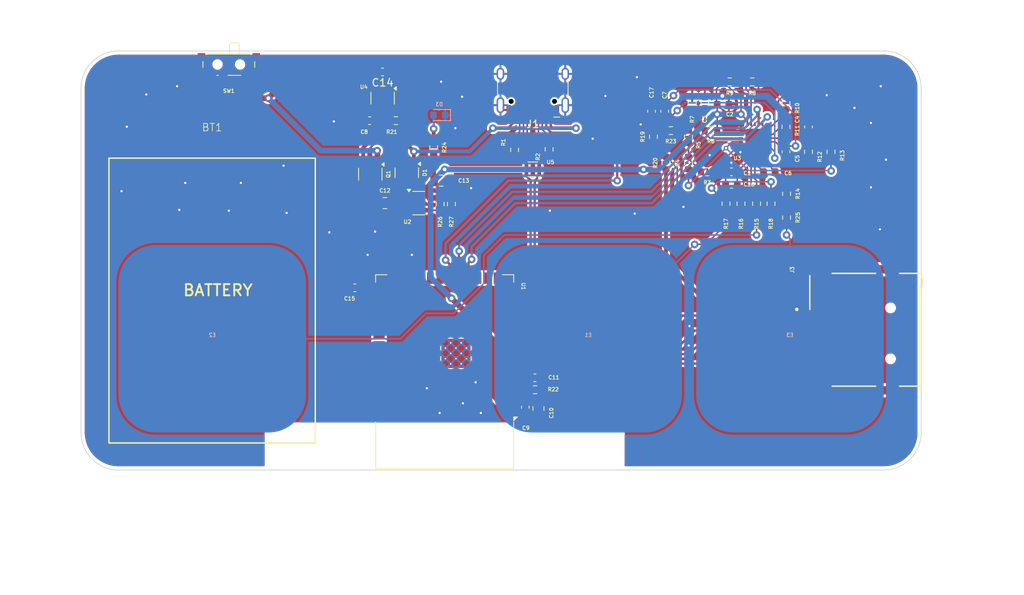
<source format=kicad_pcb>
(kicad_pcb (version 20240108) (generator "pcbnew") (generator_version "8.0")
  (layers (0 "F.Cu" signal) (31 "B.Cu" signal) (34 "B.Paste" user) (35 "F.Paste" user) (36 "B.SilkS" user "B.Silkscreen") (37 "F.SilkS" user "F.Silkscreen") (38 "B.Mask" user) (39 "F.Mask" user) (44 "Edge.Cuts" user))
  (net 0 "")
  (net 1 "+5V")
  (net 2 "+BATT")
  (net 3 "VDD")
  (net 5 "GND")
  (net 6 "/LO+")
  (net 7 "/LO-")
  (net 11 "/CS_SD")
  (net 18 "/D-")
  (net 20 "+3V3")
  (net 21 "/MISO")
  (net 23 "/SIG_OUT")
  (net 26 "/MOSI")
  (net 27 "Net-(U1-EN)")
  (net 32 "/SCK")
  (net 33 "Net-(U1-IO0)")
  (net 34 "/D+")
  (net 35 "Net-(U2-FB)")
  (net 36 "Net-(U3-RLDFB)")
  (net 37 "/REFOUT")
  (net 38 "Net-(U3-SW)")
  (net 39 "Net-(U3-HPDRIVE)")
  (net 40 "Net-(U3-HPSENSE)")
  (net 41 "Net-(U3-RLD)")
  (net 42 "Net-(U3-OPAMP-)")
  (net 43 "Net-(U3-+IN)")
  (net 44 "/SDN")
  (net 45 "Net-(U3-AC{slash}~{DC})")
  (net 46 "Net-(U3-OPAMP+)")
  (net 47 "Net-(U3--IN)")
  (net 48 "Net-(U3-IAOUT)")
  (net 49 "Net-(U3-REFIN)")
  (net 50 "/CHG_STAT")
  (net 51 "Net-(U4-PROG)")
  (net 52 "Net-(C4-Pad2)")
  (net 53 "Net-(D3-A)")
  (net 54 "Net-(J1-CC1)")
  (net 55 "Net-(J1-D+-PadA6)")
  (net 56 "Net-(J1-CC2)")
  (net 57 "Net-(J1-D--PadA7)")
  (net 58 "Net-(R3-Pad2)")
  (net 59 "/LL")
  (net 60 "/RA")
  (net 61 "/LA")
  (net 62 "Net-(R17-Pad2)")
  (net 68 "Net-(Q1-D)")
  (net 78 "Net-(R23-Pad1)")
  (net 79 "Net-(R14-Pad1)")
  (footprint "Resistor_SMD:R_0603_1608Metric" (layer "F.Cu") (at 173.675 69.325 180)
    (property "Reference" "R6")
    (property "Value" "10M")
  )
  (footprint "Resistor_SMD:R_0603_1608Metric" (layer "F.Cu") (at 171.175 65.6 -90)
    (property "Reference" "R7")
    (property "Value" "10M")
  )
  (footprint "Resistor_SMD:R_0603_1608Metric" (layer "F.Cu") (at 179.75 79.075 90)
    (property "Reference" "R15")
    (property "Value" "220k")
  )
  (footprint "Capacitor_SMD:C_0603_1608Metric" (layer "F.Cu") (at 165.75 66.75 90)
    (property "Reference" "C17")
    (property "Value" "220nF")
  )
  (footprint "Capacitor_SMD:C_0603_1608Metric" (layer "F.Cu") (at 181.45 74.825)
    (property "Reference" "C6")
    (property "Value" "10nF")
  )
  (footprint "Resistor_SMD:R_0603_1608Metric" (layer "F.Cu") (at 183.675 65.65 -90)
    (property "Reference" "R10")
    (property "Value" "1M")
  )
  (footprint "Resistor_SMD:R_0603_1608Metric" (layer "F.Cu") (at 181.675 79.075 90)
    (property "Reference" "R18")
    (property "Value" "10M")
  )
  (footprint "Battery:battery_pads" (layer "F.Cu") (at 107.175 69.4)
    (property "Reference" "BT1")
    (property "Value" "Battery_Cell")
  )
  (footprint "Capacitor_SMD:C_0805_2012Metric" (layer "F.Cu") (at 137.7125 76 180)
    (property "Reference" "C13")
    (property "Value" "10uF")
  )
  (footprint "Package_TO_SOT_SMD:SOT-23" (layer "F.Cu") (at 133.125 74.9375 -90)
    (property "Reference" "D1")
    (property "Value" "BAT54C")
  )
  (footprint "MEM2075_00_140_01_A:GCT_MEM2075-00-140-01-A" (layer "F.Cu") (at 197.6175 96.375 90)
    (property "Reference" "J3")
    (property "Value" "MEM2075-00-140-01-A")
  )
  (footprint "Resistor_SMD:R_0603_1608Metric" (layer "F.Cu") (at 189.675 72.15 -90)
    (property "Reference" "R13")
    (property "Value" "1M")
  )
  (footprint "Button_Switch_SMD:SW_SPDT_PCM12" (layer "F.Cu") (at 109.4 60.83 180)
    (property "Reference" "SW1")
    (property "Value" "SW_SPDT")
  )
  (footprint "Capacitor_SMD:C_0603_1608Metric" (layer "F.Cu") (at 172.85 65.6 -90)
    (property "Reference" "C3")
    (property "Value" "0.1uF")
  )
  (footprint "Resistor_SMD:R_0603_1608Metric" (layer "F.Cu") (at 136.7125 71.575 -90)
    (property "Reference" "R24")
    (property "Value" "2k")
  )
  (footprint "Resistor_SMD:R_0603_1608Metric" (layer "F.Cu") (at 177.675 79.075 90)
    (property "Reference" "R16")
    (property "Value" "220k")
  )
  (footprint "Resistor_SMD:R_0603_1608Metric" (layer "F.Cu") (at 173.175 74.825 180)
    (property "Reference" "R3")
    (property "Value" "10M")
  )
  (footprint "Capacitor_SMD:C_0603_1608Metric" (layer "F.Cu") (at 175.275 65.825 180)
    (property "Reference" "C2")
    (property "Value" "0.1uF")
  )
  (footprint "Capacitor_SMD:C_0603_1608Metric" (layer "F.Cu") (at 176.4 74.825 180)
    (property "Reference" "C1")
    (property "Value" "100nF")
  )
  (footprint "Resistor_SMD:R_0603_1608Metric" (layer "F.Cu") (at 137.575 79.125 -90)
    (property "Reference" "R26")
    (property "Value" "1M")
  )
  (footprint "Resistor_SMD:R_0603_1608Metric" (layer "F.Cu") (at 179.175 62.825)
    (property "Reference" "R8")
    (property "Value" "0")
  )
  (footprint "Capacitor_SMD:C_0805_2012Metric" (layer "F.Cu") (at 130.2125 79)
    (property "Reference" "C12")
    (property "Value" "10uF")
  )
  (footprint "Capacitor_SMD:C_0603_1608Metric" (layer "F.Cu") (at 176.4 76.5 180)
    (property "Reference" "C16")
    (property "Value" "220nF")
  )
  (footprint "Capacitor_SMD:C_0603_1608Metric" (layer "F.Cu") (at 148.925 106.225 -90)
    (property "Reference" "C9")
    (property "Value" "0.1uF")
  )
  (footprint "Package_TO_SOT_SMD:SOT-23-3" (layer "F.Cu") (at 128.2625 75.1375 -90)
    (property "Reference" "Q1")
    (property "Value" "NX3008PBK,215")
  )
  (footprint "Resistor_SMD:R_0603_1608Metric" (layer "F.Cu") (at 167.675 73.65 90)
    (property "Reference" "R20")
    (property "Value" "0")
  )
  (footprint "Resistor_SMD:R_0603_1608Metric" (layer "F.Cu") (at 170.675 73.65 90)
    (property "Reference" "R4")
    (property "Value" "10M")
  )
  (footprint "Resistor_SMD:R_0603_1608Metric" (layer "F.Cu") (at 152.1 71.825 -90)
    (property "Reference" "R2")
    (property "Value" "5K1")
  )
  (footprint "Resistor_SMD:R_0603_1608Metric" (layer "F.Cu") (at 170.675 70.15 90)
    (property "Reference" "R5")
    (property "Value" "1M")
  )
  (footprint "AD8232:LFCSP_20" (layer "F.Cu") (at 179.525 70.325 90)
    (property "Reference" "U3")
    (property "Value" "AD8232")
  )
  (footprint "RF_Module:ESP32-S3-WROOM-1" (layer "F.Cu") (at 138.175 101.5 180)
    (property "Reference" "U1")
    (property "Value" "ESP32-S3-WROOM-1")
  )
  (footprint "Resistor_SMD:R_0603_1608Metric" (layer "F.Cu") (at 183.75 77.75 90)
    (property "Reference" "R14")
    (property "Value" "220k")
  )
  (footprint "Capacitor_SMD:C_0603_1608Metric" (layer "F.Cu") (at 183.675 72.15 90)
    (property "Reference" "C5")
    (property "Value" "10nF")
  )
  (footprint "Capacitor_SMD:C_0603_1608Metric" (layer "F.Cu") (at 126.2 90.3 180)
    (property "Reference" "C15")
    (property "Value" "0.1uF")
  )
  (footprint "Resistor_SMD:R_0603_1608Metric" (layer "F.Cu") (at 131.675 68)
    (property "Reference" "R21")
    (property "Value" "5K1")
  )
  (footprint "Package_TO_SOT_SMD:SOT-23-5" (layer "F.Cu") (at 134.7125 79)
    (property "Reference" "U2")
    (property "Value" "TLV75801PDBV")
  )
  (footprint "Capacitor_SMD:C_0603_1608Metric" (layer "F.Cu") (at 150.2 102.3)
    (property "Reference" "C11")
    (property "Value" "0.1uF")
  )
  (footprint "Resistor_SMD:R_0603_1608Metric" (layer "F.Cu") (at 176.175 62.825 180)
    (property "Reference" "R9")
    (property "Value" "DNP")
  )
  (footprint "Resistor_SMD:R_0603_1608Metric" (layer "F.Cu") (at 186.675 72.15 -90)
    (property "Reference" "R12")
    (property "Value" "1M")
  )
  (footprint "Capacitor_SMD:C_0603_1608Metric" (layer "F.Cu") (at 186.675 68.825 -90)
    (property "Reference" "C4")
    (property "Value" "1nF")
  )
  (footprint "Resistor_SMD:R_0603_1608Metric" (layer "F.Cu") (at 147.5 71.9 -90)
    (property "Reference" "R1")
    (property "Value" "5K1")
  )
  (footprint "Resistor_SMD:R_0603_1608Metric" (layer "F.Cu") (at 183.75 80.925 90)
    (property "Reference" "R25")
    (property "Value" "220k")
  )
  (footprint "Package_TO_SOT_SMD:SOT-23-5" (layer "F.Cu") (at 129.9 65 -90)
    (property "Reference" "U4")
    (property "Value" "MCP73832-2-OT")
  )
  (footprint "Resistor_SMD:R_0603_1608Metric" (layer "F.Cu") (at 168.325 69.325 180)
    (property "Reference" "R23")
    (property "Value" "470k")
  )
  (footprint "Resistor_SMD:R_0603_1608Metric" (layer "F.Cu") (at 150.225 103.9 180)
    (property "Reference" "R22")
    (property "Value" "10k")
  )
  (footprint "Resistor_SMD:R_0603_1608Metric" (layer "F.Cu") (at 139.075 79.125 90)
    (property "Reference" "R27")
    (property "Value" "200K")
  )
  (footprint "Capacitor_SMD:C_0603_1608Metric" (layer "F.Cu") (at 167.5 66.75 90)
    (property "Reference" "C7")
    (property "Value" "100nF")
  )
  (footprint "Capacitor_SMD:C_0805_2012Metric" (layer "F.Cu") (at 150.675 106.4 -90)
    (property "Reference" "C10")
    (property "Value" "10uF")
  )
  (footprint "Package_TO_SOT_SMD:SOT-666" (layer "F.Cu") (at 149.925 74.5 180)
    (property "Reference" "U5")
    (property "Value" "USBLC6-2P6")
  )
  (footprint "Capacitor_SMD:C_0603_1608Metric" (layer "F.Cu") (at 128.175 68)
    (property "Reference" "C8")
    (property "Value" "1uF")
  )
  (footprint "Resistor_SMD:R_0603_1608Metric" (layer "F.Cu") (at 175.675 79.075 90)
    (property "Reference" "R17")
    (property "Value" "10M")
  )
  (footprint "Connector_USB:USB_C_Receptacle_HCTL_HC-TYPE-C-16P-01A" (layer "F.Cu") (at 149.925 62.82 180)
    (property "Reference" "J1")
    (property "Value" "USB_C_Receptacle_USB2.0_16P")
  )
  (footprint "Resistor_SMD:R_0603_1608Metric" (layer "F.Cu") (at 183.675 68.825 -90)
    (property "Reference" "R11")
    (property "Value" "100k")
  )
  (footprint "Capacitor_SMD:C_0603_1608Metric" (layer "F.Cu") (at 129.9 61.5 180)
    (property "Reference" "C14")
    (property "Value" "1uF")
  )
  (footprint "Resistor_SMD:R_0603_1608Metric" (layer "F.Cu") (at 166 70.15 90)
    (property "Reference" "R19")
    (property "Value" "DNP")
  )
  (footprint "LED_SMD:LED_0603_1608Metric" (layer "B.Cu") (at 137.4625 67.25 180)
    (property "Reference" "D3")
    (property "Value" "LED")
  )
  (footprint "ecg_component_library:Finger_Electrode" (layer "B.Cu") (at 157.3 97.1 180)
    (property "Reference" "E1")
    (property "Value" "~")
  )
  (footprint "ecg_component_library:Finger_Electrode" (layer "B.Cu") (at 184.2 97.1 180)
    (property "Reference" "E3")
    (property "Value" "~")
  )
  (footprint "ecg_component_library:Finger_Electrode" (layer "B.Cu") (at 107.2 97.1 180)
    (property "Reference" "E2")
    (property "Value" "~")
  )
  (gr_rect (start 93.425 73) (end 120.925 111) (stroke (width 0.2)) (fill none) (layer "F.SilkS"))
  (gr_arc (start 94.7 114.6) (mid 91.164466 113.135534) (end 89.7 109.6) (stroke (width 0.1)) (layer "Edge.Cuts"))
  (gr_line (start 94.7 58.7) (end 196.7 58.7) (stroke (width 0.1)) (layer "Edge.Cuts"))
  (gr_line (start 201.7 63.7) (end 201.7 109.6) (stroke (width 0.1)) (layer "Edge.Cuts"))
  (gr_arc (start 196.7 58.7) (mid 200.235534 60.164466) (end 201.7 63.7) (stroke (width 0.1)) (layer "Edge.Cuts"))
  (gr_arc (start 89.7 63.7) (mid 91.164466 60.164466) (end 94.7 58.7) (stroke (width 0.1)) (layer "Edge.Cuts"))
  (gr_line (start 89.7 109.6) (end 89.7 63.7) (stroke (width 0.1)) (layer "Edge.Cuts"))
  (gr_line (start 196.7 114.6) (end 94.7 114.6) (stroke (width 0.1)) (layer "Edge.Cuts"))
  (gr_arc (start 201.7 109.6) (mid 200.235534 113.135534) (end 196.7 114.6) (stroke (width 0.1)) (layer "Edge.Cuts"))
  (gr_text "BATTERY" (at 103.175 91.5 0) (layer "F.SilkS") (effects (font (size 1.5 1.5) (thickness 0.25) (bold yes)) (justify left bottom)))
  (segment (start 134.075 74) (end 134.075 72.1) (width 0.5) (layer "F.Cu") (net 1))
  (segment (start 152.325 68.72) (end 152.605 69) (width 0.3) (layer "F.Cu") (net 1))
  (segment (start 128.95 70) (end 128.925 70) (width 0.5) (layer "F.Cu") (net 1))
  (segment (start 128.95 68) (end 128.95 66.1375) (width 0.5) (layer "F.Cu") (net 1))
  (segment (start 152.325 66.5) (end 152.325 68.72) (width 0.3) (layer "F.Cu") (net 1))
  (segment (start 147.525 68.08) (end 146.605 69) (width 0.3) (layer "F.Cu") (net 1))
  (segment (start 131.975 70) (end 128.95 70) (width 0.5) (layer "F.Cu") (net 1))
  (segment (start 152.605 69) (end 155.675 69) (width 0.3) (layer "F.Cu") (net 1))
  (segment (start 134.075 72.1) (end 131.975 70) (width 0.5) (layer "F.Cu") (net 1))
  (segment (start 128.95 68) (end 128.95 70) (width 0.5) (layer "F.Cu") (net 1))
  (segment (start 146.605 69) (end 144.605 69) (width 0.3) (layer "F.Cu") (net 1))
  (segment (start 127.3125 71.6125) (end 127.3125 74) (width 0.5) (layer "F.Cu") (net 1))
  (segment (start 128.925 70) (end 127.3125 71.6125) (width 0.5) (layer "F.Cu") (net 1))
  (segment (start 147.525 66.5) (end 147.525 68.08) (width 0.3) (layer "F.Cu") (net 1))
  (via (at 144.605 69) (size 1) (drill 0.5) (layers "F.Cu" "B.Cu") (net 1))
  (via (at 134.075 72.1) (size 1) (drill 0.5) (layers "F.Cu" "B.Cu") (net 1))
  (via (at 155.675 69) (size 1) (drill 0.5) (layers "F.Cu" "B.Cu") (net 1))
  (segment (start 134.075 72.1) (end 141.505 72.1) (width 0.5) (layer "B.Cu") (net 1))
  (segment (start 141.505 72.1) (end 144.605 69) (width 0.5) (layer "B.Cu") (net 1))
  (segment (start 155.675 69) (end 144.605 69) (width 0.5) (layer "B.Cu") (net 1))
  (segment (start 108.65 63.925) (end 108.65 62.105) (width 1) (layer "F.Cu") (net 2))
  (segment (start 103.175 69.4) (end 108.65 63.925) (width 1) (layer "F.Cu") (net 2))
  (segment (start 133.575 78.05) (end 133.3 77.775) (width 0.75) (layer "F.Cu") (net 3))
  (segment (start 131.1625 79) (end 132.1125 78.05) (width 0.75) (layer "F.Cu") (net 3))
  (segment (start 130.8 75.875) (end 133.125 75.875) (width 0.5) (layer "F.Cu") (net 3))
  (segment (start 133.575 79.95) (end 132.1125 79.95) (width 0.75) (layer "F.Cu") (net 3))
  (segment (start 133.3 76.05) (end 133.125 75.875) (width 0.75) (layer "F.Cu") (net 3))
  (segment (start 132.1125 79.95) (end 131.1625 79) (width 0.75) (layer "F.Cu") (net 3))
  (segment (start 130.4 76.275) (end 130.8 75.875) (width 0.5) (layer "F.Cu") (net 3))
  (segment (start 133.3 77.775) (end 133.3 76.05) (width 0.75) (layer "F.Cu") (net 3))
  (segment (start 132.1125 78.05) (end 133.575 78.05) (width 0.75) (layer "F.Cu") (net 3))
  (segment (start 128.2625 76.275) (end 130.4 76.275) (width 0.5) (layer "F.Cu") (net 3))
  (segment (start 132.925 76.175) (end 133.125 75.975) (width 0.2) (layer "F.Cu") (net 3))
  (segment (start 151.6 74.5) (end 152.1 74) (width 0.2) (layer "F.Cu") (net 5))
  (segment (start 150 74.5) (end 149.9 74.6) (width 0.2) (layer "F.Cu") (net 5))
  (segment (start 147.165 107) (end 146.925 106.76) (width 0.75) (layer "F.Cu") (net 5))
  (segment (start 150.85 74.5) (end 151.6 74.5) (width 0.2) (layer "F.Cu") (net 5))
  (segment (start 152.9 103.5) (end 152.9 106.1) (width 0.75) (layer "F.Cu") (net 5))
  (segment (start 151.65 107.35) (end 150.675 107.35) (width 0.75) (layer "F.Cu") (net 5))
  (segment (start 149.275 107.35) (end 148.925 107) (width 0.75) (layer "F.Cu") (net 5))
  (segment (start 177.675 69.325) (end 178.525 69.325) (width 0.3) (layer "F.Cu") (net 5))
  (segment (start 151.7 102.3) (end 152.9 103.5) (width 0.75) (layer "F.Cu") (net 5))
  (segment (start 148.925 107) (end 147.165 107) (width 0.75) (layer "F.Cu") (net 5))
  (segment (start 150.675 107.35) (end 149.275 107.35) (width 0.75) (layer "F.Cu") (net 5))
  (segment (start 152.1 74) (end 152.1 72.65) (width 0.2) (layer "F.Cu") (net 5))
  (segment (start 150.85 74.5) (end 150 74.5) (width 0.2) (layer "F.Cu") (net 5))
  (segment (start 152.9 106.1) (end 151.65 107.35) (width 0.75) (layer "F.Cu") (net 5))
  (segment (start 178.525 69.325) (end 179.525 70.325) (width 0.3) (layer "F.Cu") (net 5))
  (segment (start 150.975 102.3) (end 151.7 102.3) (width 0.75) (layer "F.Cu") (net 5))
  (via (at 152.2 80) (size 0.6) (drill 0.3) (layers "F.Cu" "B.Cu") (net 5))
  (via (at 140.6 105.7) (size 0.6) (drill 0.3) (layers "F.Cu" "B.Cu") (net 5))
  (via (at 143 107) (size 0.6) (drill 0.3) (layers "F.Cu" "B.Cu") (net 5))
  (via (at 159.6 64.7) (size 0.6) (drill 0.3) (layers "F.Cu" "B.Cu") (net 5))
  (via (at 137.7 62.8) (size 0.6) (drill 0.3) (layers "F.Cu" "B.Cu") (net 5))
  (via (at 197 73.2) (size 0.6) (drill 0.3) (layers "F.Cu" "B.Cu") (net 5))
  (via (at 195 68.3) (size 0.6) (drill 0.3) (layers "F.Cu" "B.Cu") (net 5))
  (via (at 192.8 66.3) (size 0.6) (drill 0.3) (layers "F.Cu" "B.Cu") (net 5))
  (via (at 135.8 103.7) (size 0.6) (drill 0.3) (layers "F.Cu" "B.Cu") (net 5))
  (via (at 127.9 85.9) (size 0.6) (drill 0.3) (layers "F.Cu" "B.Cu") (net 5))
  (via (at 163.5 80.4) (size 0.6) (drill 0.3) (layers "F.Cu" "B.Cu") (net 5))
  (via (at 109.4 80) (size 0.6) (drill 0.3) (layers "F.Cu" "B.Cu") (net 5))
  (via (at 103.6 76.3) (size 0.6) (drill 0.3) (layers "F.Cu" "B.Cu") (net 5))
  (via (at 95.8 68.8) (size 0.6) (drill 0.3) (layers "F.Cu" "B.Cu") (net 5))
  (via (at 111 76.3) (size 0.6) (drill 0.3) (layers "F.Cu" "B.Cu") (net 5))
  (via (at 195 76.9) (size 0.6) (drill 0.3) (layers "F.Cu" "B.Cu") (net 5))
  (via (at 137.5 107) (size 0.6) (drill 0.3) (layers "F.Cu" "B.Cu") (net 5))
  (via (at 142.3 102.9) (size 0.6) (drill 0.3) (layers "F.Cu" "B.Cu") (net 5))
  (via (at 116.7 74) (size 0.6) (drill 0.3) (layers "F.Cu" "B.Cu") (net 5))
  (via (at 122.8 82.9) (size 0.6) (drill 0.3) (layers "F.Cu" "B.Cu") (net 5))
  (via (at 163.8 62.2) (size 0.6) (drill 0.3) (layers "F.Cu" "B.Cu") (net 5))
  (via (at 157.9 70.4) (size 0.6) (drill 0.3) (layers "F.Cu" "B.Cu") (net 5))
  (via (at 170.8 95.4) (size 0.6) (drill 0.3) (layers "F.Cu" "B.Cu") (net 5))
  (via (at 176.4 73.6) (size 0.6) (drill 0.3) (layers "F.Cu" "B.Cu") (net 5))
  (via (at 196.2 82.5) (size 0.6) (drill 0.3) (layers "F.Cu" "B.Cu") (net 5))
  (via (at 177.6 72.2) (size 0.6) (drill 0.3) (layers "F.Cu" "B.Cu") (net 5))
  (via (at 173.5 72.6) (size 0.6) (drill 0.3) (layers "F.Cu" "B.Cu") (net 5))
  (via (at 140.5 64.8) (size 0.6) (drill 0.3) (layers "F.Cu" "B.Cu") (net 5))
  (via (at 170.7 98) (size 0.6) (drill 0.3) (layers "F.Cu" "B.Cu") (net 5))
  (via (at 98.4 64.5) (size 0.6) (drill 0.3) (layers "F.Cu" "B.Cu") (net 5))
  (via (at 164.3 68.5) (size 0.6) (drill 0.3) (layers "F.Cu" "B.Cu") (net 5))
  (via (at 95.1 77.4) (size 0.6) (drill 0.3) (layers "F.Cu" "B.Cu") (net 5))
  (via (at 102.8 79.9) (size 0.6) (drill 0.3) (layers "F.Cu" "B.Cu") (net 5))
  (via (at 178.2 64.7) (size 0.6) (drill 0.3) (layers "F.Cu" "B.Cu") (net 5))
  (via (at 123.4 68.1) (size 0.6) (drill 0.3) (layers "F.Cu" "B.Cu") (net 5))
  (via (at 128.9 82.8) (size 0.6) (drill 0.3) (layers "F.Cu" "B.Cu") (net 5))
  (via (at 189.1 64.6) (size 0.6) (drill 0.3) (layers "F.Cu" "B.Cu") (net 5))
  (via (at 175.2 64.7) (size 1) (drill 0.5) (layers "F.Cu" "B.Cu") (net 5))
  (via (at 170 79.5) (size 0.6) (drill 0.3) (layers "F.Cu" "B.Cu") (net 5))
  (via (at 133.8 85.9) (size 0.6) (drill 0.3) (layers "F.Cu" "B.Cu") (net 5))
  (via (at 196.3 63.4) (size 0.6) (drill 0.3) (layers "F.Cu" "B.Cu") (net 5))
  (via (at 141.7 77) (size 0.6) (drill 0.3) (layers "F.Cu" "B.Cu") (net 5))
  (via (at 117.1 80.3) (size 0.6) (drill 0.3) (layers "F.Cu" "B.Cu") (net 5))
  (via (at 102.5 63.4) (size 0.6) (drill 0.3) (layers "F.Cu" "B.Cu") (net 5))
  (via (at 139.6 69) (size 0.6) (drill 0.3) (layers "F.Cu" "B.Cu") (net 5))
  (segment (start 140.1 85.4) (end 140.08 85.42) (width 0.3) (layer "F.Cu") (net 6))
  (segment (start 179.825 66.5) (end 180.025 66.7) (width 0.3) (layer "F.Cu") (net 6))
  (segment (start 180.025 66.7) (end 180.025 68.475) (width 0.3) (layer "F.Cu") (net 6))
  (segment (start 140.08 85.42) (end 140.08 89) (width 0.3) (layer "F.Cu") (net 6))
  (via (at 140.1 85.4) (size 1) (drill 0.5) (layers "F.Cu" "B.Cu") (net 6))
  (via (at 179.825 66.5) (size 1) (drill 0.5) (layers "F.Cu" "B.Cu") (net 6))
  (segment (start 140.1 84.575) (end 147.175 77.5) (width 0.3) (layer "B.Cu") (net 6))
  (segment (start 140.1 85.4) (end 140.1 84.575) (width 0.3) (layer "B.Cu") (net 6))
  (segment (start 179.825 67.35) (end 179.825 66.5) (width 0.3) (layer "B.Cu") (net 6))
  (segment (start 178.175 69) (end 179.825 67.35) (width 0.3) (layer "B.Cu") (net 6))
  (segment (start 165.7 77.5) (end 174.2 69) (width 0.3) (layer "B.Cu") (net 6))
  (segment (start 147.175 77.5) (end 165.7 77.5) (width 0.3) (layer "B.Cu") (net 6))
  (segment (start 174.2 69) (end 178.175 69) (width 0.3) (layer "B.Cu") (net 6))
  (segment (start 141.35 86.92) (end 141.35 89) (width 0.3) (layer "F.Cu") (net 7))
  (segment (start 180.525 68.15) (end 181.175 67.5) (width 0.3) (layer "F.Cu") (net 7))
  (segment (start 180.525 68.475) (end 180.525 68.15) (width 0.3) (layer "F.Cu") (net 7))
  (segment (start 141.77 86.5) (end 141.35 86.92) (width 0.3) (layer "F.Cu") (net 7))
  (via (at 181.175 67.5) (size 1) (drill 0.5) (layers "F.Cu" "B.Cu") (net 7))
  (via (at 141.77 86.5) (size 1) (drill 0.5) (layers "F.Cu" "B.Cu") (net 7))
  (segment (start 181.175 67.5) (end 178.175 70.5) (width 0.3) (layer "B.Cu") (net 7))
  (segment (start 141.77 84.83) (end 141.77 86.5) (width 0.3) (layer "B.Cu") (net 7))
  (segment (start 178.175 70.5) (end 174.3 70.5) (width 0.3) (layer "B.Cu") (net 7))
  (segment (start 147.6 79) (end 141.77 84.83) (width 0.3) (layer "B.Cu") (net 7))
  (segment (start 174.3 70.5) (end 165.8 79) (width 0.3) (layer "B.Cu") (net 7))
  (segment (start 165.8 79) (end 147.6 79) (width 0.3) (layer "B.Cu") (net 7))
  (segment (start 179.9 94) (end 169.9 94) (width 0.3) (layer "F.Cu") (net 11))
  (segment (start 186.1975 94.895) (end 180.795 94.895) (width 0.3) (layer "F.Cu") (net 11))
  (segment (start 180.795 94.895) (end 179.9 94) (width 0.3) (layer "F.Cu") (net 11))
  (segment (start 169.9 94) (end 167.3 96.6) (width 0.3) (layer "F.Cu") (net 11))
  (segment (start 167.3 96.6) (end 146.925 96.6) (width 0.3) (layer "F.Cu") (net 11))
  (segment (start 148.72891 91.16) (end 150.175 89.71391) (width 0.3) (layer "F.Cu") (net 18))
  (segment (start 150.175 89.71391) (end 150.175 76.4) (width 0.3) (layer "F.Cu") (net 18))
  (segment (start 147.53 91.52) (end 146.925 91.52) (width 0.3) (layer "F.Cu") (net 18))
  (segment (start 146.925 91.52) (end 148.050001 91.52) (width 0.3) (layer "F.Cu") (net 18))
  (segment (start 148.050001 91.52) (end 148.410001 91.16) (width 0.3) (layer "F.Cu") (net 18))
  (segment (start 150.2 76.375) (end 150.2 75.987501) (width 0.3) (layer "F.Cu") (net 18))
  (segment (start 150.2 75.987501) (end 150.775 75.412501) (width 0.3) (layer "F.Cu") (net 18))
  (segment (start 150.175 76.4) (end 150.2 76.375) (width 0.3) (layer "F.Cu") (net 18))
  (segment (start 148.410001 91.16) (end 148.72891 91.16) (width 0.3) (layer "F.Cu") (net 18))
  (segment (start 150.775 75.412501) (end 150.775 75.0375) (width 0.3) (layer "F.Cu") (net 18))
  (segment (start 178.525 68) (end 178.525 68.475) (width 0.2) (layer "F.Cu") (net 20))
  (segment (start 135.85 78.05) (end 135.85 76.9125) (width 0.75) (layer "F.Cu") (net 20))
  (segment (start 144.6 97.2) (end 139.1 91.7) (width 0.75) (layer "F.Cu") (net 20))
  (segment (start 188.4 96.0925) (end 188.4 92.9) (width 0.5) (layer "F.Cu") (net 20))
  (segment (start 138.0825 74.68) (end 136.7625 76) (width 0.75) (layer "F.Cu") (net 20))
  (segment (start 144.175 74.5) (end 144.675 74.5) (width 0.3) (layer "F.Cu") (net 20))
  (segment (start 146.925 105.49) (end 145.49 105.49) (width 0.75) (layer "F.Cu") (net 20))
  (segment (start 174.5 65.825) (end 174.5 67.15) (width 0.2) (layer "F.Cu") (net 20))
  (segment (start 148.885 105.49) (end 148.925 105.45) (width 0.75) (layer "F.Cu") (net 20))
  (segment (start 145.49 105.49) (end 144.6 104.6) (width 0.75) (layer "F.Cu") (net 20))
  (segment (start 146.925 105.49) (end 148.885 105.49) (width 0.75) (layer "F.Cu") (net 20))
  (segment (start 150.675 105.45) (end 150.675 104.275) (width 0.75) (layer "F.Cu") (net 20))
  (segment (start 137.575 78.3) (end 136.1 78.3) (width 0.75) (layer "F.Cu") (net 20))
  (segment (start 167.675 74.475) (end 164.7 74.475) (width 0.2) (layer "F.Cu") (net 20))
  (segment (start 150.675 105.45) (end 148.925 105.45) (width 0.75) (layer "F.Cu") (net 20))
  (segment (start 174.4 65.825) (end 174.4 63.775) (width 0.2) (layer "F.Cu") (net 20))
  (segment (start 174.5 69.325) (end 174.5 67.15) (width 0.2) (layer "F.Cu") (net 20))
  (segment (start 136.7625 72.45) (end 136.7125 72.4) (width 0.5) (layer "F.Cu") (net 20))
  (segment (start 177.675 69.825) (end 175 69.825) (width 0.2) (layer "F.Cu") (net 20))
  (segment (start 172.1 91.2) (end 167.675 86.775) (width 0.5) (layer "F.Cu") (net 20))
  (segment (start 144.675 74.5) (end 148.675 74.5) (width 0.3) (layer "F.Cu") (net 20))
  (segment (start 175 69.825) (end 174.5 69.325) (width 0.2) (layer "F.Cu") (net 20))
  (segment (start 135.85 76.9125) (end 136.7625 76) (width 0.75) (layer "F.Cu") (net 20))
  (segment (start 174.675 66.1) (end 174.4 65.825) (width 0.2) (layer "F.Cu") (net 20))
  (segment (start 187.3975 97.095) (end 188.4 96.0925) (width 0.5) (layer "F.Cu") (net 20))
  (segment (start 174.4 63.775) (end 175.35 62.825) (width 0.2) (layer "F.Cu") (net 20))
  (segment (start 186.7 91.2) (end 172.1 91.2) (width 0.5) (layer "F.Cu") (net 20))
  (segment (start 136.1 78.3) (end 135.85 78.05) (width 0.5) (layer "F.Cu") (net 20))
  (segment (start 164.7 74.475) (end 164.675 74.5) (width 0.2) (layer "F.Cu") (net 20))
  (segment (start 167.675 86.775) (end 167.675 74.475) (width 0.5) (layer "F.Cu") (net 20))
  (segment (start 177.675 65.15) (end 175.35 62.825) (width 0.2) (layer "F.Cu") (net 20))
  (segment (start 150.675 104.275) (end 151.05 103.9) (width 0.75) (layer "F.Cu") (net 20))
  (segment (start 186.1975 97.095) (end 187.3975 97.095) (width 0.5) (layer "F.Cu") (net 20))
  (segment (start 177.675 67.15) (end 178.525 68) (width 0.2) (layer "F.Cu") (net 20))
  (segment (start 144.6 104.6) (end 144.6 97.2) (width 0.75) (layer "F.Cu") (net 20))
  (segment (start 177.675 67.15) (end 177.675 65.15) (width 0.2) (layer "F.Cu") (net 20))
  (segment (start 144.175 74.5) (end 138.175 74.5) (width 0.3) (layer "F.Cu") (net 20))
  (segment (start 188.4 92.9) (end 186.7 91.2) (width 0.5) (layer "F.Cu") (net 20))
  (segment (start 136.7625 76) (end 136.7625 72.45) (width 0.5) (layer "F.Cu") (net 20))
  (via (at 174.5 67.15) (size 1) (drill 0.5) (layers "F.Cu" "B.Cu") (net 20))
  (via (at 138.175 74.5) (size 1) (drill 0.5) (layers "F.Cu" "B.Cu") (net 20))
  (via (at 164.675 74.5) (size 1) (drill 0.5) (layers "F.Cu" "B.Cu") (net 20))
  (via (at 139.1 91.7) (size 1) (drill 0.5) (layers "F.Cu" "B.Cu") (net 20))
  (via (at 177.675 67.15) (size 1) (drill 0.5) (layers "F.Cu" "B.Cu") (net 20))
  (segment (start 177.675 67.15) (end 174.5 67.15) (width 0.75) (layer "B.Cu") (net 20))
  (segment (start 166.7 74.5) (end 164.675 74.5) (width 0.75) (layer "B.Cu") (net 20))
  (segment (start 136.3 88.9) (end 136.3 76.375) (width 0.75) (layer "B.Cu") (net 20))
  (segment (start 136.3 76.375) (end 138.175 74.5) (width 0.75) (layer "B.Cu") (net 20))
  (segment (start 139.1 91.7) (end 136.3 88.9) (width 0.75) (layer "B.Cu") (net 20))
  (segment (start 138.175 74.5) (end 164.675 74.5) (width 0.75) (layer "B.Cu") (net 20))
  (segment (start 174.5 67.15) (end 174.05 67.15) (width 0.75) (layer "B.Cu") (net 20))
  (segment (start 174.05 67.15) (end 166.7 74.5) (width 0.75) (layer "B.Cu") (net 20))
  (segment (start 185.675 100.41) (end 146.925 100.41) (width 0.3) (layer "F.Cu") (net 21))
  (segment (start 183.675 64.825) (end 183.175 64.825) (width 0.2) (layer "F.Cu") (net 23))
  (segment (start 183.675 64.825) (end 185.175 64.825) (width 0.2) (layer "F.Cu") (net 23))
  (segment (start 182.675 67.825) (end 181.375 69.125) (width 0.2) (layer "F.Cu") (net 23))
  (segment (start 161.175 67.5) (end 167.675 61) (width 0.3) (layer "F.Cu") (net 23))
  (segment (start 186.675 66.325) (end 186.675 68.05) (width 0.2) (layer "F.Cu") (net 23))
  (segment (start 182.675 65.325) (end 182.675 67.825) (width 0.2) (layer "F.Cu") (net 23))
  (segment (start 181.375 69.125) (end 181.375 69.325) (width 0.2) (layer "F.Cu") (net 23))
  (segment (start 138.3 86.6) (end 138.81 87.11) (width 0.3) (layer "F.Cu") (net 23))
  (segment (start 161.175 76) (end 161.175 67.5) (width 0.3) (layer "F.Cu") (net 23))
  (segment (start 138.81 87.11) (end 138.81 89) (width 0.3) (layer "F.Cu") (net 23))
  (segment (start 183.175 64.825) (end 182.675 65.325) (width 0.2) (layer "F.Cu") (net 23))
  (segment (start 167.675 61) (end 181.675 61) (width 0.3) (layer "F.Cu") (net 23))
  (segment (start 183.675 63) (end 183.675 64.825) (width 0.3) (layer "F.Cu") (net 23))
  (segment (start 185.175 64.825) (end 186.675 66.325) (width 0.2) (layer "F.Cu") (net 23))
  (segment (start 181.675 61) (end 183.675 63) (width 0.3) (layer "F.Cu") (net 23))
  (via (at 161.175 76) (size 1) (drill 0.5) (layers "F.Cu" "B.Cu") (net 23))
  (via (at 138.3 86.6) (size 1) (drill 0.5) (layers "F.Cu" "B.Cu") (net 23))
  (segment (start 146.675 76) (end 161.175 76) (width 0.3) (layer "B.Cu") (net 23))
  (segment (start 138.3 84.375) (end 146.675 76) (width 0.3) (layer "B.Cu") (net 23))
  (segment (start 138.3 86.6) (end 138.3 84.375) (width 0.3) (layer "B.Cu") (net 23))
  (segment (start 185.675 96.01) (end 171.49 96.01) (width 0.3) (layer "F.Cu") (net 26))
  (segment (start 171.49 96.01) (end 169.63 97.87) (width 0.3) (layer "F.Cu") (net 26))
  (segment (start 169.63 97.87) (end 146.925 97.87) (width 0.3) (layer "F.Cu") (net 26))
  (segment (start 149.375 103.8) (end 149.375 102.35) (width 0.2) (layer "F.Cu") (net 27))
  (segment (start 148.1 103.9) (end 149.4 103.9) (width 0.2) (layer "F.Cu") (net 27))
  (segment (start 146.925 104.22) (end 147.78 104.22) (width 0.2) (layer "F.Cu") (net 27))
  (segment (start 147.78 104.22) (end 148.1 103.9) (width 0.2) (layer "F.Cu") (net 27))
  (segment (start 149.375 102.35) (end 149.425 102.3) (width 0.2) (layer "F.Cu") (net 27))
  (segment (start 185.675 98.21) (end 171.69 98.21) (width 0.3) (layer "F.Cu") (net 32))
  (segment (start 170.76 99.14) (end 146.925 99.14) (width 0.3) (layer "F.Cu") (net 32))
  (segment (start 171.69 98.21) (end 170.76 99.14) (width 0.3) (layer "F.Cu") (net 32))
  (segment (start 129.425 90.25) (end 127.425 90.25) (width 0.3) (layer "F.Cu") (net 33))
  (segment (start 148.410001 90.61) (end 148.50109 90.61) (width 0.3) (layer "F.Cu") (net 34))
  (segment (start 148.50109 90.61) (end 149.625 89.48609) (width 0.3) (layer "F.Cu") (net 34))
  (segment (start 149.65 76.164526) (end 149.65 75.987501) (width 0.3) (layer "F.Cu") (net 34))
  (segment (start 149.625 89.48609) (end 149.625 76.189526) (width 0.3) (layer "F.Cu") (net 34))
  (segment (start 149.65 75.987501) (end 149.075 75.412501) (width 0.3) (layer "F.Cu") (net 34))
  (segment (start 148.050001 90.25) (end 148.410001 90.61) (width 0.3) (layer "F.Cu") (net 34))
  (segment (start 149.625 76.189526) (end 149.65 76.164526) (width 0.3) (layer "F.Cu") (net 34))
  (segment (start 146.925 90.25) (end 148.050001 90.25) (width 0.3) (layer "F.Cu") (net 34))
  (segment (start 149.075 75.412501) (end 149.075 75.0375) (width 0.3) (layer "F.Cu") (net 34))
  (segment (start 147.55 90.25) (end 146.925 90.25) (width 0.3) (layer "F.Cu") (net 34))
  (segment (start 135.85 79.95) (end 137.575 79.95) (width 0.2) (layer "F.Cu") (net 35))
  (segment (start 139.075 79.95) (end 137.575 79.95) (width 0.2) (layer "F.Cu") (net 35))
  (segment (start 180.025 74.175) (end 180.675 74.825) (width 0.2) (layer "F.Cu") (net 36))
  (segment (start 180.025 72.175) (end 180.025 74.175) (width 0.2) (layer "F.Cu") (net 36))
  (segment (start 165.75 65.975) (end 167.5 65.975) (width 0.2) (layer "F.Cu") (net 37))
  (segment (start 167.675 65.65) (end 168.675 64.65) (width 0.2) (layer "F.Cu") (net 37))
  (segment (start 181.375 70.325) (end 183 70.325) (width 0.2) (layer "F.Cu") (net 37))
  (segment (start 167.675 65.875) (end 167.675 65.65) (width 0.2) (layer "F.Cu") (net 37))
  (segment (start 183.675 71) (end 183.675 71.375) (width 0.2) (layer "F.Cu") (net 37))
  (segment (start 184.95 71.375) (end 183.675 71.375) (width 0.2) (layer "F.Cu") (net 37))
  (segment (start 183 70.325) (end 183.675 69.65) (width 0.2) (layer "F.Cu") (net 37))
  (segment (start 183 70.325) (end 183.675 71) (width 0.2) (layer "F.Cu") (net 37))
  (via (at 184.95 71.375) (size 1) (drill 0.5) (layers "F.Cu" "B.Cu") (net 37))
  (via (at 168.675 64.65) (size 1) (drill 0.5) (layers "F.Cu" "B.Cu") (net 37))
  (segment (start 184.95 71.375) (end 184.95 67.275) (width 0.2) (layer "B.Cu") (net 37))
  (segment (start 181.575 63.9) (end 169.425 63.9) (width 0.2) (layer "B.Cu") (net 37))
  (segment (start 184.95 67.275) (end 181.575 63.9) (width 0.2) (layer "B.Cu") (net 37))
  (segment (start 169.425 63.9) (end 168.675 64.65) (width 0.2) (layer "B.Cu") (net 37))
  (segment (start 167.5 67.525) (end 165.75 67.525) (width 0.2) (layer "F.Cu") (net 38))
  (segment (start 181.375 71.35) (end 181.375 71.325) (width 0.2) (layer "F.Cu") (net 38))
  (segment (start 167.5 69.325) (end 166 69.325) (width 0.3) (layer "F.Cu") (net 38))
  (segment (start 168.4 67.425) (end 169.175 66.65) (width 0.2) (layer "F.Cu") (net 38))
  (segment (start 182.175 73) (end 182.175 72.15) (width 0.2) (layer "F.Cu") (net 38))
  (segment (start 182.175 72.15) (end 181.375 71.35) (width 0.2) (layer "F.Cu") (net 38))
  (segment (start 167.675 67.425) (end 168.4 67.425) (width 0.2) (layer "F.Cu") (net 38))
  (segment (start 167.5 69.325) (end 167.5 67.6) (width 0.3) (layer "F.Cu") (net 38))
  (segment (start 167.5 67.6) (end 167.675 67.425) (width 0.3) (layer "F.Cu") (net 38))
  (via (at 169.175 66.65) (size 1) (drill 0.5) (layers "F.Cu" "B.Cu") (net 38))
  (via (at 182.175 73) (size 1) (drill 0.5) (layers "F.Cu" "B.Cu") (net 38))
  (segment (start 170.225 65.6) (end 169.175 66.65) (width 0.2) (layer "B.Cu") (net 38))
  (segment (start 180.775 65.6) (end 170.225 65.6) (width 0.2) (layer "B.Cu") (net 38))
  (segment (start 182.175 73) (end 182.175 67) (width 0.2) (layer "B.Cu") (net 38))
  (segment (start 182.175 67) (end 180.775 65.6) (width 0.2) (layer "B.Cu") (net 38))
  (segment (start 178.525 72.175) (end 178.525 73.475) (width 0.2) (layer "F.Cu") (net 39))
  (segment (start 178.525 73.475) (end 177.175 74.825) (width 0.2) (layer "F.Cu") (net 39))
  (segment (start 177.175 76.5) (end 177.175 74.825) (width 0.2) (layer "F.Cu") (net 39))
  (segment (start 177.675 71.325) (end 177.3125 71.325) (width 0.2) (layer "F.Cu") (net 40))
  (segment (start 175.625 76.5) (end 175.625 74.825) (width 0.2) (layer "F.Cu") (net 40))
  (segment (start 175.625 74.825) (end 174 74.825) (width 0.2) (layer "F.Cu") (net 40))
  (segment (start 177.3125 71.325) (end 175.625 73.0125) (width 0.2) (layer "F.Cu") (net 40))
  (segment (start 175.625 73.0125) (end 175.625 74.825) (width 0.2) (layer "F.Cu") (net 40))
  (segment (start 183.75 76.225) (end 183.75 76.925) (width 0.2) (layer "F.Cu") (net 41))
  (segment (start 180.525 73.125) (end 182.225 74.825) (width 0.2) (layer "F.Cu") (net 41))
  (segment (start 182.35 74.825) (end 183.75 76.225) (width 0.2) (layer "F.Cu") (net 41))
  (segment (start 180.525 72.175) (end 180.525 73.125) (width 0.2) (layer "F.Cu") (net 41))
  (segment (start 181.375 69.825) (end 181.925 69.825) (width 0.2) (layer "F.Cu") (net 42))
  (segment (start 183.675 68.075) (end 183.675 68) (width 0.2) (layer "F.Cu") (net 42))
  (segment (start 183.675 68) (end 183.675 66.475) (width 0.2) (layer "F.Cu") (net 42))
  (segment (start 181.925 69.825) (end 183.675 68.075) (width 0.2) (layer "F.Cu") (net 42))
  (segment (start 177.675 78.075) (end 179.025 76.725) (width 0.2) (layer "F.Cu") (net 43))
  (segment (start 177.675 78.25) (end 177.675 78.075) (width 0.2) (layer "F.Cu") (net 43))
  (segment (start 179.025 76.725) (end 179.025 72.175) (width 0.2) (layer "F.Cu") (net 43))
  (segment (start 178.35 62.825) (end 177 62.825) (width 0.2) (layer "F.Cu") (net 45))
  (segment (start 179.025 64.5) (end 178.35 63.825) (width 0.2) (layer "F.Cu") (net 45))
  (segment (start 179.025 68.475) (end 179.025 64.5) (width 0.2) (layer "F.Cu") (net 45))
  (segment (start 178.35 63.825) (end 178.35 62.825) (width 0.2) (layer "F.Cu") (net 45))
  (segment (start 182.2625 70.825) (end 181.375 70.825) (width 0.2) (layer "F.Cu") (net 46))
  (segment (start 183.725 72.975) (end 183.675 72.925) (width 0.2) (layer "F.Cu") (net 46))
  (segment (start 183.675 72.875) (end 182.675 71.875) (width 0.2) (layer "F.Cu") (net 46))
  (segment (start 186.675 72.975) (end 183.725 72.975) (width 0.2) (layer "F.Cu") (net 46))
  (segment (start 182.675 71.875) (end 182.675 71.2375) (width 0.2) (layer "F.Cu") (net 46))
  (segment (start 182.675 71.2375) (end 182.2625 70.825) (width 0.2) (layer "F.Cu") (net 46))
  (segment (start 179.75 78.25) (end 179.75 76) (width 0.2) (layer "F.Cu") (net 47))
  (segment (start 179.525 75.775) (end 179.525 72.175) (width 0.2) (layer "F.Cu") (net 47))
  (segment (start 179.75 76) (end 179.525 75.775) (width 0.2) (layer "F.Cu") (net 47))
  (segment (start 176.5 70.825) (end 175.675 71.65) (width 0.2) (layer "F.Cu") (net 48))
  (segment (start 189.675 72.975) (end 189.675 74.65) (width 0.2) (layer "F.Cu") (net 48))
  (segment (start 170.675 74.475) (end 170.675 76.65) (width 0.2) (layer "F.Cu") (net 48))
  (segment (start 177.675 70.825) (end 176.5 70.825) (width 0.2) (layer "F.Cu") (net 48))
  (via (at 175.675 71.65) (size 0.6) (drill 0.3) (layers "F.Cu" "B.Cu") (net 48))
  (via (at 170.675 76.65) (size 1) (drill 0.5) (layers "F.Cu" "B.Cu") (net 48))
  (via (at 189.7 74.7) (size 1) (drill 0.5) (layers "F.Cu" "B.Cu") (net 48))
  (segment (start 189.675 74.65) (end 178.675 74.65) (width 0.2) (layer "B.Cu") (net 48))
  (segment (start 170.675 76.65) (end 175.675 71.65) (width 0.2) (layer "B.Cu") (net 48))
  (segment (start 178.675 74.65) (end 175.675 71.65) (width 0.2) (layer "B.Cu") (net 48))
  (segment (start 173.525 70.325) (end 177.675 70.325) (width 0.2) (layer "F.Cu") (net 49))
  (segment (start 172.675 69.175) (end 172.525 69.325) (width 0.2) (layer "F.Cu") (net 49))
  (segment (start 172.525 69.325) (end 173.525 70.325) (width 0.2) (layer "F.Cu") (net 49))
  (segment (start 171.175 66.425) (end 172.625 66.425) (width 0.2) (layer "F.Cu") (net 49))
  (segment (start 172.625 66.425) (end 172.675 66.375) (width 0.2) (layer "F.Cu") (net 49))
  (segment (start 172.85 66.375) (end 172.85 69.325) (width 0.2) (layer "F.Cu") (net 49))
  (segment (start 171.225 66.375) (end 171.175 66.425) (width 0.2) (layer "F.Cu") (net 49))
  (segment (start 130.85 68) (end 130.85 66.1375) (width 0.2) (layer "F.Cu") (net 51))
  (segment (start 130.675 67.775) (end 130.9 68) (width 0.2) (layer "F.Cu") (net 51))
  (segment (start 186.675 69.6) (end 186.675 71.325) (width 0.2) (layer "F.Cu") (net 52))
  (segment (start 189.675 71.325) (end 186.675 71.325) (width 0.2) (layer "F.Cu") (net 52))
  (segment (start 136.7125 70.75) (end 136.7125 69.075) (width 0.5) (layer "F.Cu") (net 53))
  (via (at 136.7125 69.075) (size 1) (drill 0.5) (layers "F.Cu" "B.Cu") (net 53))
  (segment (start 136.7125 67.2875) (end 136.7125 69.075) (width 0.3) (layer "B.Cu") (net 53))
  (segment (start 151.175 69.17) (end 151.175 66.5) (width 0.2) (layer "F.Cu") (net 54))
  (segment (start 152.105 70.1) (end 151.175 69.17) (width 0.2) (layer "F.Cu") (net 54))
  (segment (start 152.1 70.105) (end 152.1 71) (width 0.2) (layer "F.Cu") (net 54))
  (segment (start 152.105 70.1) (end 152.1 70.105) (width 0.2) (layer "F.Cu") (net 54))
  (segment (start 149.4 65.3) (end 149.9 65.3) (width 0.2) (layer "F.Cu") (net 55))
  (segment (start 149.175 72.925) (end 149.075 73.025) (width 0.2) (layer "F.Cu") (net 55))
  (segment (start 149.175 66.5) (end 149.175 65.525) (width 0.2) (layer "F.Cu") (net 55))
  (segment (start 150.175 65.575) (end 150.175 66.5) (width 0.2) (layer "F.Cu") (net 55))
  (segment (start 149.075 73.025) (end 149.075 73.9625) (width 0.2) (layer "F.Cu") (net 55))
  (segment (start 149.9 65.3) (end 150.175 65.575) (width 0.2) (layer "F.Cu") (net 55))
  (segment (start 149.175 65.525) (end 149.4 65.3) (width 0.2) (layer "F.Cu") (net 55))
  (segment (start 149.175 66.5) (end 149.175 72.925) (width 0.2) (layer "F.Cu") (net 55))
  (segment (start 147.5 70.125) (end 147.5 71.075) (width 0.2) (layer "F.Cu") (net 56))
  (segment (start 148.175 66.5) (end 148.175 69.45) (width 0.2) (layer "F.Cu") (net 56))
  (segment (start 148.175 69.45) (end 147.5 70.125) (width 0.2) (layer "F.Cu") (net 56))
  (segment (start 150.675 72.875) (end 150.675 66.5) (width 0.2) (layer "F.Cu") (net 57))
  (segment (start 150.775 73.9625) (end 150.775 72.975) (width 0.2) (layer "F.Cu") (net 57))
  (segment (start 150.375 67.8) (end 150.675 67.5) (width 0.2) (layer "F.Cu") (net 57))
  (segment (start 149.9 67.8) (end 150.375 67.8) (width 0.2) (layer "F.Cu") (net 57))
  (segment (start 150.775 72.975) (end 150.675 72.875) (width 0.2) (layer "F.Cu") (net 57))
  (segment (start 150.675 67.5) (end 150.675 66.5) (width 0.2) (layer "F.Cu") (net 57))
  (segment (start 149.675 67.575) (end 149.9 67.8) (width 0.2) (layer "F.Cu") (net 57))
  (segment (start 149.675 66.5) (end 149.675 67.575) (width 0.2) (layer "F.Cu") (net 57))
  (segment (start 170.675 72.825) (end 170.675 70.975) (width 0.2) (layer "F.Cu") (net 58))
  (segment (start 170.675 73.075) (end 170.675 72.825) (width 0.2) (layer "F.Cu") (net 58))
  (segment (start 172.35 74.75) (end 170.675 73.075) (width 0.2) (layer "F.Cu") (net 58))
  (segment (start 172.35 74.825) (end 172.35 74.75) (width 0.2) (layer "F.Cu") (net 58))
  (segment (start 183.75 83.25) (end 183.75 81.75) (width 0.2) (layer "F.Cu") (net 59))
  (via (at 183.75 83.25) (size 1) (drill 0.5) (layers "F.Cu" "B.Cu") (net 59))
  (segment (start 184.2 83.7) (end 184.2 97.1) (width 0.2) (layer "B.Cu") (net 59))
  (segment (start 183.75 83.25) (end 184.2 83.7) (width 0.2) (layer "B.Cu") (net 59))
  (segment (start 181.675 79.9) (end 179.675 79.9) (width 0.2) (layer "F.Cu") (net 60))
  (segment (start 179.75 79.9) (end 179.75 83.25) (width 0.2) (layer "F.Cu") (net 60))
  (via (at 179.75 83.25) (size 1) (drill 0.5) (layers "F.Cu" "B.Cu") (net 60))
  (segment (start 146.15 83.25) (end 143.4 86) (width 0.2) (layer "B.Cu") (net 60))
  (segment (start 135.701371 93.7) (end 132.301371 97.1) (width 0.2) (layer "B.Cu") (net 60))
  (segment (start 132.301371 97.1) (end 107.2 97.1) (width 0.2) (layer "B.Cu") (net 60))
  (segment (start 143.4 86) (end 143.4 89.7) (width 0.2) (layer "B.Cu") (net 60))
  (segment (start 143.4 89.7) (end 139.4 93.7) (width 0.2) (layer "B.Cu") (net 60))
  (segment (start 179.75 83.25) (end 146.15 83.25) (width 0.2) (layer "B.Cu") (net 60))
  (segment (start 139.4 93.7) (end 135.701371 93.7) (width 0.2) (layer "B.Cu") (net 60))
  (segment (start 177.675 79.9) (end 175.675 79.9) (width 0.2) (layer "F.Cu") (net 61))
  (segment (start 173 84.5) (end 171.5 84.5) (width 0.2) (layer "F.Cu") (net 61))
  (segment (start 175.675 81.825) (end 173 84.5) (width 0.2) (layer "F.Cu") (net 61))
  (segment (start 175.675 79.9) (end 175.675 81.825) (width 0.2) (layer "F.Cu") (net 61))
  (via (at 171.5 84.5) (size 1) (drill 0.5) (layers "F.Cu" "B.Cu") (net 61))
  (segment (start 171.5 84.5) (end 158.9 97.1) (width 0.2) (layer "B.Cu") (net 61))
  (segment (start 158.9 97.1) (end 157.3 97.1) (width 0.2) (layer "B.Cu") (net 61))
  (segment (start 169.175 76.65) (end 169.175 74.325) (width 0.2) (layer "F.Cu") (net 62))
  (segment (start 167.675 71.675) (end 166.975 70.975) (width 0.2) (layer "F.Cu") (net 62))
  (segment (start 175 78.25) (end 175.675 78.25) (width 0.2) (layer "F.Cu") (net 62))
  (segment (start 175.675 78.25) (end 170.775 78.25) (width 0.2) (layer "F.Cu") (net 62))
  (segment (start 169.175 74.325) (end 167.675 72.825) (width 0.2) (layer "F.Cu") (net 62))
  (segment (start 167.675 72.825) (end 167.675 71.675) (width 0.2) (layer "F.Cu") (net 62))
  (segment (start 181.675 78.25) (end 181.675 76.15) (width 0.2) (layer "F.Cu") (net 62))
  (segment (start 166.975 70.975) (end 166 70.975) (width 0.2) (layer "F.Cu") (net 62))
  (segment (start 173.75 77) (end 175 78.25) (width 0.2) (layer "F.Cu") (net 62))
  (segment (start 170.775 78.25) (end 169.175 76.65) (width 0.2) (layer "F.Cu") (net 62))
  (via (at 181.675 76.15) (size 1) (drill 0.5) (layers "F.Cu" "B.Cu") (net 62))
  (via (at 173.75 77) (size 1) (drill 0.5) (layers "F.Cu" "B.Cu") (net 62))
  (segment (start 173.75 77) (end 174.6 76.15) (width 0.2) (layer "B.Cu") (net 62))
  (segment (start 174.6 76.15) (end 181.675 76.15) (width 0.2) (layer "B.Cu") (net 62))
  (segment (start 128.95 63.8625) (end 128.95 61.5) (width 0.75) (layer "F.Cu") (net 68))
  (segment (start 113.2 65) (end 111.7 63.5) (width 0.75) (layer "F.Cu") (net 68))
  (segment (start 129.2125 74) (end 132.175 74) (width 0.75) (layer "F.Cu") (net 68))
  (segment (start 111.7 63.5) (end 111.7 62.155) (width 0.75) (layer "F.Cu") (net 68))
  (segment (start 114.675 65) (end 113.2 65) (width 0.75) (layer "F.Cu") (net 68))
  (segment (start 111.7 62.155) (end 111.65 62.105) (width 0.75) (layer "F.Cu") (net 68))
  (segment (start 128.95 63.8625) (end 115.8125 63.8625) (width 0.75) (layer "F.Cu") (net 68))
  (segment (start 115.8125 63.8625) (end 114.675 65) (width 0.75) (layer "F.Cu") (net 68))
  (segment (start 131.975 73.9) (end 132.175 74.1) (width 0.2) (layer "F.Cu") (net 68))
  (segment (start 132.075 74) (end 132.175 74.1) (width 0.3) (layer "F.Cu") (net 68))
  (segment (start 129.2125 74) (end 129.2125 72.0375) (width 0.75) (layer "F.Cu") (net 68))
  (via (at 114.675 65) (size 1) (drill 0.5) (layers "F.Cu" "B.Cu") (net 68))
  (via (at 129.175 72) (size 1) (drill 0.5) (layers "F.Cu" "B.Cu") (net 68))
  (segment (start 121.675 72) (end 114.675 65) (width 0.75) (layer "B.Cu") (net 68))
  (segment (start 129.175 72) (end 121.675 72) (width 0.75) (layer "B.Cu") (net 68))
  (segment (start 170.675 69.325) (end 169.15 69.325) (width 0.3) (layer "F.Cu") (net 78))
  (segment (start 183.75 78.575) (end 183.75 80.1) (width 0.2) (layer "F.Cu") (net 79))
  (zone (net 5) (net_name "GND") (layer "F.Cu") (connect_pads (clearance 0.3)) (min_thickness 0.15) (fill yes (thermal_gap 0.4) (thermal_bridge_width 0.25))
    (polygon (pts (xy 85.6 54.3) (xy 80.8 54.3) (xy 80.4 54.7) (xy 80.4 131.3) (xy 197.8 131.3) (xy 215.4 113.7) (xy 215.4 56.1) (xy 211.2 51.9) (xy 88 51.9)))
  )
  (zone (net 5) (net_name "GND") (layer "B.Cu") (priority 1) (connect_pads (clearance 0.3)) (min_thickness 0.15) (fill yes (thermal_gap 0.4) (thermal_bridge_width 0.25))
    (polygon (pts (xy 80.8 53.1) (xy 78.9 55) (xy 78.9 128.6) (xy 199.7 128.6) (xy 205 123.3) (xy 205 54.2) (xy 203.4 52.6) (xy 85.2 52.6) (xy 84.7 53.1)))
  )
)
</source>
